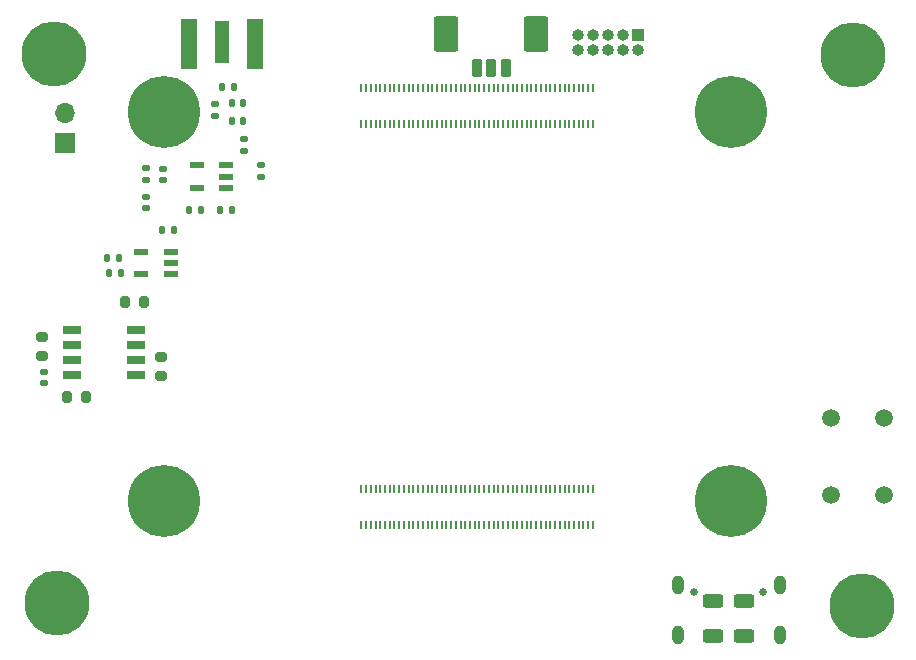
<source format=gbr>
%TF.GenerationSoftware,KiCad,Pcbnew,(5.99.0-3851-g809f4c2ffb)*%
%TF.CreationDate,2020-11-30T00:42:52+00:00*%
%TF.ProjectId,CM4,434d342e-6b69-4636-9164-5f7063625858,rev?*%
%TF.SameCoordinates,Original*%
%TF.FileFunction,Soldermask,Bot*%
%TF.FilePolarity,Negative*%
%FSLAX46Y46*%
G04 Gerber Fmt 4.6, Leading zero omitted, Abs format (unit mm)*
G04 Created by KiCad (PCBNEW (5.99.0-3851-g809f4c2ffb)) date 2020-11-30 00:42:52*
%MOMM*%
%LPD*%
G01*
G04 APERTURE LIST*
G04 Aperture macros list*
%AMRoundRect*
0 Rectangle with rounded corners*
0 $1 Rounding radius*
0 $2 $3 $4 $5 $6 $7 $8 $9 X,Y pos of 4 corners*
0 Add a 4 corners polygon primitive as box body*
4,1,4,$2,$3,$4,$5,$6,$7,$8,$9,$2,$3,0*
0 Add four circle primitives for the rounded corners*
1,1,$1+$1,$2,$3,0*
1,1,$1+$1,$4,$5,0*
1,1,$1+$1,$6,$7,0*
1,1,$1+$1,$8,$9,0*
0 Add four rect primitives between the rounded corners*
20,1,$1+$1,$2,$3,$4,$5,0*
20,1,$1+$1,$4,$5,$6,$7,0*
20,1,$1+$1,$6,$7,$8,$9,0*
20,1,$1+$1,$8,$9,$2,$3,0*%
G04 Aperture macros list end*
%ADD10R,1.000000X1.000000*%
%ADD11O,1.000000X1.000000*%
%ADD12C,5.500000*%
%ADD13R,1.700000X1.700000*%
%ADD14O,1.700000X1.700000*%
%ADD15C,0.670000*%
%ADD16RoundRect,0.500000X0.000000X-0.300000X0.000000X-0.300000X0.000000X0.300000X0.000000X0.300000X0*%
%ADD17C,1.500000*%
%ADD18RoundRect,0.250000X0.625000X-0.312500X0.625000X0.312500X-0.625000X0.312500X-0.625000X-0.312500X0*%
%ADD19RoundRect,0.135000X0.185000X-0.135000X0.185000X0.135000X-0.185000X0.135000X-0.185000X-0.135000X0*%
%ADD20RoundRect,0.200000X-0.200000X-0.600000X0.200000X-0.600000X0.200000X0.600000X-0.200000X0.600000X0*%
%ADD21RoundRect,0.250001X-0.799999X-1.249999X0.799999X-1.249999X0.799999X1.249999X-0.799999X1.249999X0*%
%ADD22RoundRect,0.135000X-0.185000X0.135000X-0.185000X-0.135000X0.185000X-0.135000X0.185000X0.135000X0*%
%ADD23RoundRect,0.140000X0.170000X-0.140000X0.170000X0.140000X-0.170000X0.140000X-0.170000X-0.140000X0*%
%ADD24RoundRect,0.140000X-0.140000X-0.170000X0.140000X-0.170000X0.140000X0.170000X-0.140000X0.170000X0*%
%ADD25RoundRect,0.135000X-0.135000X-0.185000X0.135000X-0.185000X0.135000X0.185000X-0.135000X0.185000X0*%
%ADD26RoundRect,0.140000X0.140000X0.170000X-0.140000X0.170000X-0.140000X-0.170000X0.140000X-0.170000X0*%
%ADD27R,1.525000X0.650000*%
%ADD28RoundRect,0.135000X0.135000X0.185000X-0.135000X0.185000X-0.135000X-0.185000X0.135000X-0.185000X0*%
%ADD29RoundRect,0.200000X-0.200000X-0.275000X0.200000X-0.275000X0.200000X0.275000X-0.200000X0.275000X0*%
%ADD30RoundRect,0.200000X0.275000X-0.200000X0.275000X0.200000X-0.275000X0.200000X-0.275000X-0.200000X0*%
%ADD31RoundRect,0.200000X-0.275000X0.200000X-0.275000X-0.200000X0.275000X-0.200000X0.275000X0.200000X0*%
%ADD32RoundRect,0.140000X-0.170000X0.140000X-0.170000X-0.140000X0.170000X-0.140000X0.170000X0.140000X0*%
%ADD33R,1.200000X0.600000*%
%ADD34C,6.100000*%
%ADD35R,0.200000X0.700000*%
%ADD36R,1.270000X3.600000*%
%ADD37R,1.350000X4.200000*%
G04 APERTURE END LIST*
D10*
%TO.C,J3*%
X127800000Y-83900000D03*
D11*
X127800000Y-85170000D03*
X126530000Y-83900000D03*
X126530000Y-85170000D03*
X125260000Y-83900000D03*
X125260000Y-85170000D03*
X123990000Y-83900000D03*
X123990000Y-85170000D03*
X122720000Y-83900000D03*
X122720000Y-85170000D03*
%TD*%
D12*
%TO.C,H3*%
X146000000Y-85600000D03*
%TD*%
D13*
%TO.C,J6*%
X79300000Y-93100000D03*
D14*
X79300000Y-90560000D03*
%TD*%
D12*
%TO.C,H2*%
X78400000Y-85500000D03*
%TD*%
%TO.C,H4*%
X146750000Y-132250000D03*
%TD*%
D15*
%TO.C,J2*%
X138400000Y-131050000D03*
X132600000Y-131050000D03*
D16*
X131180000Y-130520000D03*
X139820000Y-130520000D03*
X139820000Y-134700000D03*
X131180000Y-134700000D03*
%TD*%
D17*
%TO.C,S1*%
X148650000Y-122850000D03*
X148650000Y-116350000D03*
X144150000Y-116350000D03*
X144150000Y-122850000D03*
%TD*%
D12*
%TO.C,H1*%
X78600000Y-132000000D03*
%TD*%
D18*
%TO.C,R15*%
X134200000Y-131837500D03*
X134200000Y-134762500D03*
%TD*%
D19*
%TO.C,R3*%
X86200000Y-95180000D03*
X86200000Y-96200000D03*
%TD*%
D20*
%TO.C,J5*%
X114150000Y-86700000D03*
X115400000Y-86700000D03*
X116650000Y-86700000D03*
D21*
X119200000Y-83800000D03*
X111600000Y-83800000D03*
%TD*%
D22*
%TO.C,R2*%
X94500000Y-93710000D03*
X94500000Y-92690000D03*
%TD*%
D23*
%TO.C,C1*%
X86200000Y-97620000D03*
X86200000Y-98580000D03*
%TD*%
D24*
%TO.C,C2*%
X93420000Y-89700000D03*
X94380000Y-89700000D03*
%TD*%
D25*
%TO.C,R8*%
X82990000Y-104100000D03*
X84010000Y-104100000D03*
%TD*%
D22*
%TO.C,R6*%
X92000000Y-90810000D03*
X92000000Y-89790000D03*
%TD*%
D23*
%TO.C,C5*%
X77500000Y-112420000D03*
X77500000Y-113380000D03*
%TD*%
D26*
%TO.C,C4*%
X94380000Y-91200000D03*
X93420000Y-91200000D03*
%TD*%
D27*
%TO.C,IC3*%
X79888000Y-112705000D03*
X79888000Y-111435000D03*
X79888000Y-110165000D03*
X79888000Y-108895000D03*
X85312000Y-108895000D03*
X85312000Y-110165000D03*
X85312000Y-111435000D03*
X85312000Y-112705000D03*
%TD*%
D18*
%TO.C,R16*%
X136800000Y-131837500D03*
X136800000Y-134762500D03*
%TD*%
D28*
%TO.C,R1*%
X88510000Y-100400000D03*
X87490000Y-100400000D03*
%TD*%
D29*
%TO.C,R13*%
X84375000Y-106500000D03*
X86025000Y-106500000D03*
%TD*%
D28*
%TO.C,R9*%
X90810000Y-98700000D03*
X89790000Y-98700000D03*
%TD*%
D30*
%TO.C,R11*%
X77400000Y-109475000D03*
X77400000Y-111125000D03*
%TD*%
D28*
%TO.C,R10*%
X93410000Y-98700000D03*
X92390000Y-98700000D03*
%TD*%
D31*
%TO.C,R14*%
X87400000Y-112825000D03*
X87400000Y-111175000D03*
%TD*%
D32*
%TO.C,C3*%
X87600000Y-96180000D03*
X87600000Y-95220000D03*
%TD*%
D33*
%TO.C,IC1*%
X88250000Y-102250000D03*
X88250000Y-103200000D03*
X88250000Y-104150000D03*
X85750000Y-104150000D03*
X85750000Y-102250000D03*
%TD*%
%TO.C,IC2*%
X92950000Y-94950000D03*
X92950000Y-95900000D03*
X92950000Y-96850000D03*
X90450000Y-96850000D03*
X90450000Y-94950000D03*
%TD*%
D28*
%TO.C,R4*%
X93610000Y-88300000D03*
X92590000Y-88300000D03*
%TD*%
D34*
%TO.C,Module1*%
X87700000Y-123400000D03*
X87700000Y-90400000D03*
X135700000Y-90400000D03*
X135700000Y-123400000D03*
D35*
X104400000Y-88400000D03*
X104400000Y-91480000D03*
X104800000Y-88400000D03*
X104800000Y-91480000D03*
X105200000Y-88400000D03*
X105200000Y-91480000D03*
X105600000Y-88400000D03*
X105600000Y-91480000D03*
X106000000Y-88400000D03*
X106000000Y-91480000D03*
X106400000Y-88400000D03*
X106400000Y-91480000D03*
X106800000Y-88400000D03*
X106800000Y-91480000D03*
X107200000Y-88400000D03*
X107200000Y-91480000D03*
X107600000Y-88400000D03*
X107600000Y-91480000D03*
X108000000Y-88400000D03*
X108000000Y-91480000D03*
X108400000Y-88400000D03*
X108400000Y-91480000D03*
X108800000Y-88400000D03*
X108800000Y-91480000D03*
X109200000Y-88400000D03*
X109200000Y-91480000D03*
X109600000Y-88400000D03*
X109600000Y-91480000D03*
X110000000Y-88400000D03*
X110000000Y-91480000D03*
X110400000Y-88400000D03*
X110400000Y-91480000D03*
X110800000Y-88400000D03*
X110800000Y-91480000D03*
X111200000Y-88400000D03*
X111200000Y-91480000D03*
X111600000Y-88400000D03*
X111600000Y-91480000D03*
X112000000Y-88400000D03*
X112000000Y-91480000D03*
X112400000Y-88400000D03*
X112400000Y-91480000D03*
X112800000Y-88400000D03*
X112800000Y-91480000D03*
X113200000Y-88400000D03*
X113200000Y-91480000D03*
X113600000Y-88400000D03*
X113600000Y-91480000D03*
X114000000Y-88400000D03*
X114000000Y-91480000D03*
X114400000Y-88400000D03*
X114400000Y-91480000D03*
X114800000Y-88400000D03*
X114800000Y-91480000D03*
X115200000Y-88400000D03*
X115200000Y-91480000D03*
X115600000Y-88400000D03*
X115600000Y-91480000D03*
X116000000Y-88400000D03*
X116000000Y-91480000D03*
X116400000Y-88400000D03*
X116400000Y-91480000D03*
X116800000Y-88400000D03*
X116800000Y-91480000D03*
X117200000Y-88400000D03*
X117200000Y-91480000D03*
X117600000Y-88400000D03*
X117600000Y-91480000D03*
X118000000Y-88400000D03*
X118000000Y-91480000D03*
X118400000Y-88400000D03*
X118400000Y-91480000D03*
X118800000Y-88400000D03*
X118800000Y-91480000D03*
X119200000Y-88400000D03*
X119200000Y-91480000D03*
X119600000Y-88400000D03*
X119600000Y-91480000D03*
X120000000Y-88400000D03*
X120000000Y-91480000D03*
X120400000Y-88400000D03*
X120400000Y-91480000D03*
X120800000Y-88400000D03*
X120800000Y-91480000D03*
X121200000Y-88400000D03*
X121200000Y-91480000D03*
X121600000Y-88400000D03*
X121600000Y-91480000D03*
X122000000Y-88400000D03*
X122000000Y-91480000D03*
X122400000Y-88400000D03*
X122400000Y-91480000D03*
X122800000Y-88400000D03*
X122800000Y-91480000D03*
X123200000Y-88400000D03*
X123200000Y-91480000D03*
X123600000Y-88400000D03*
X123600000Y-91480000D03*
X124000000Y-88400000D03*
X124000000Y-91480000D03*
X104400000Y-122320000D03*
X104400000Y-125400000D03*
X104800000Y-122320000D03*
X104800000Y-125400000D03*
X105200000Y-122320000D03*
X105200000Y-125400000D03*
X105600000Y-122320000D03*
X105600000Y-125400000D03*
X106000000Y-122320000D03*
X106000000Y-125400000D03*
X106400000Y-122320000D03*
X106400000Y-125400000D03*
X106800000Y-122320000D03*
X106800000Y-125400000D03*
X107200000Y-122320000D03*
X107200000Y-125400000D03*
X107600000Y-122320000D03*
X107600000Y-125400000D03*
X108000000Y-122320000D03*
X108000000Y-125400000D03*
X108400000Y-122320000D03*
X108400000Y-125400000D03*
X108800000Y-122320000D03*
X108800000Y-125400000D03*
X109200000Y-122320000D03*
X109200000Y-125400000D03*
X109600000Y-122320000D03*
X109600000Y-125400000D03*
X110000000Y-122320000D03*
X110000000Y-125400000D03*
X110400000Y-122320000D03*
X110400000Y-125400000D03*
X110800000Y-122320000D03*
X110800000Y-125400000D03*
X111200000Y-122320000D03*
X111200000Y-125400000D03*
X111600000Y-122320000D03*
X111600000Y-125400000D03*
X112000000Y-122320000D03*
X112000000Y-125400000D03*
X112400000Y-122320000D03*
X112400000Y-125400000D03*
X112800000Y-122320000D03*
X112800000Y-125400000D03*
X113200000Y-122320000D03*
X113200000Y-125400000D03*
X113600000Y-122320000D03*
X113600000Y-125400000D03*
X114000000Y-122320000D03*
X114000000Y-125400000D03*
X114400000Y-122320000D03*
X114400000Y-125400000D03*
X114800000Y-122320000D03*
X114800000Y-125400000D03*
X115200000Y-122320000D03*
X115200000Y-125400000D03*
X115600000Y-122320000D03*
X115600000Y-125400000D03*
X116000000Y-122320000D03*
X116000000Y-125400000D03*
X116400000Y-122320000D03*
X116400000Y-125400000D03*
X116800000Y-122320000D03*
X116800000Y-125400000D03*
X117200000Y-122320000D03*
X117200000Y-125400000D03*
X117600000Y-122320000D03*
X117600000Y-125400000D03*
X118000000Y-122320000D03*
X118000000Y-125400000D03*
X118400000Y-122320000D03*
X118400000Y-125400000D03*
X118800000Y-122320000D03*
X118800000Y-125400000D03*
X119200000Y-122320000D03*
X119200000Y-125400000D03*
X119600000Y-122320000D03*
X119600000Y-125400000D03*
X120000000Y-122320000D03*
X120000000Y-125400000D03*
X120400000Y-122320000D03*
X120400000Y-125400000D03*
X120800000Y-122320000D03*
X120800000Y-125400000D03*
X121200000Y-122320000D03*
X121200000Y-125400000D03*
X121600000Y-122320000D03*
X121600000Y-125400000D03*
X122000000Y-122320000D03*
X122000000Y-125400000D03*
X122400000Y-122320000D03*
X122400000Y-125400000D03*
X122800000Y-122320000D03*
X122800000Y-125400000D03*
X123200000Y-122320000D03*
X123200000Y-125400000D03*
X123600000Y-122320000D03*
X123600000Y-125400000D03*
X124000000Y-122320000D03*
X124000000Y-125400000D03*
%TD*%
D22*
%TO.C,R5*%
X95900000Y-95910000D03*
X95900000Y-94890000D03*
%TD*%
D36*
%TO.C,J1*%
X92600000Y-84500000D03*
D37*
X89775000Y-84700000D03*
X95425000Y-84700000D03*
%TD*%
D29*
%TO.C,R12*%
X79475000Y-114600000D03*
X81125000Y-114600000D03*
%TD*%
D28*
%TO.C,R7*%
X83910000Y-102800000D03*
X82890000Y-102800000D03*
%TD*%
M02*

</source>
